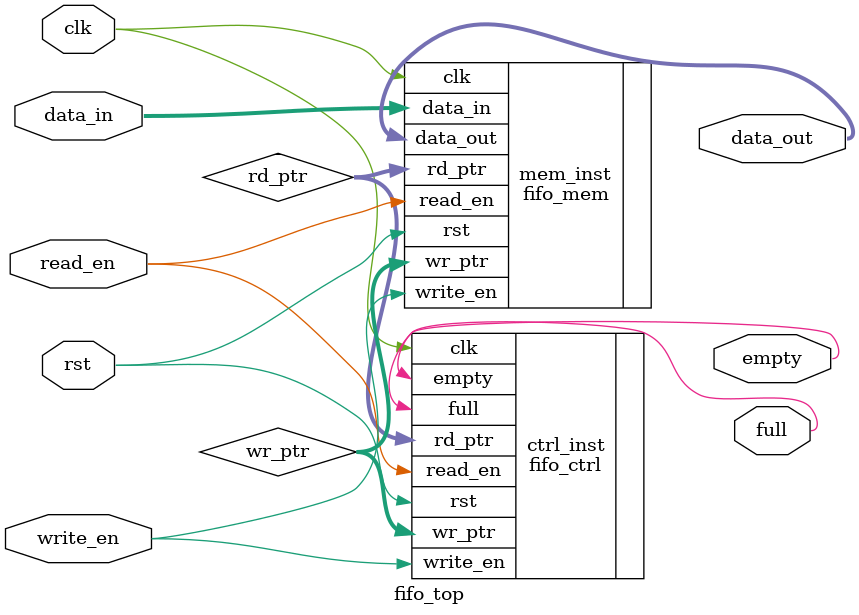
<source format=v>
`timescale 1ns / 1ps



module fifo_top(
                input clk,
                input rst,
                input write_en,
                input read_en,
                input [7:0] data_in,
                output [7:0] data_out,
                output full,
                output empty
                );

    wire [2:0] wr_ptr, rd_ptr;

    fifo_mem mem_inst (
                       .clk(clk),
                       .rst(rst),
                       .data_in(data_in),
                       .wr_ptr(wr_ptr),
                       .rd_ptr(rd_ptr),
                       .write_en(write_en),
                       .read_en(read_en),
                       .data_out(data_out)
                       );

    fifo_ctrl ctrl_inst (
                         .clk(clk),
                         .rst(rst),
                         .write_en(write_en),
                         .read_en(read_en),
                         .wr_ptr(wr_ptr),
                         .rd_ptr(rd_ptr),
                         .full(full),
                         .empty(empty)
                         );

endmodule

</source>
